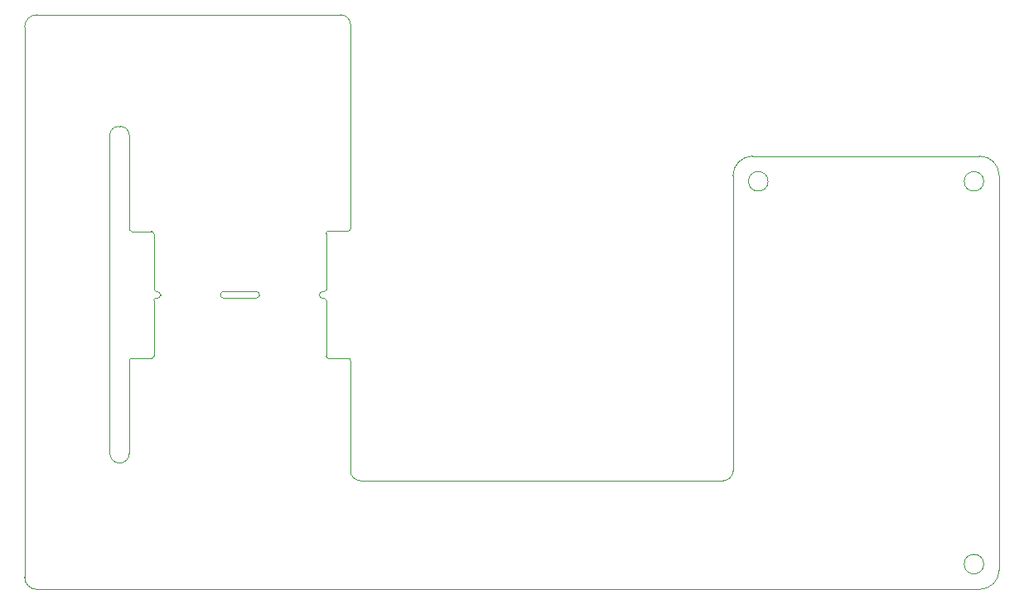
<source format=gm1>
G04 #@! TF.GenerationSoftware,KiCad,Pcbnew,9.0.3*
G04 #@! TF.CreationDate,2025-08-18T12:19:55-07:00*
G04 #@! TF.ProjectId,OneBoardFlex,4f6e6542-6f61-4726-9446-6c65782e6b69,rev?*
G04 #@! TF.SameCoordinates,Original*
G04 #@! TF.FileFunction,Profile,NP*
%FSLAX46Y46*%
G04 Gerber Fmt 4.6, Leading zero omitted, Abs format (unit mm)*
G04 Created by KiCad (PCBNEW 9.0.3) date 2025-08-18 12:19:55*
%MOMM*%
%LPD*%
G01*
G04 APERTURE LIST*
G04 #@! TA.AperFunction,Profile*
%ADD10C,0.050000*%
G04 #@! TD*
G04 APERTURE END LIST*
D10*
X204340000Y-66250000D02*
G75*
G02*
X206340000Y-68250000I0J-2000000D01*
G01*
X140040000Y-73690000D02*
G75*
G02*
X139790000Y-73940000I-250000J0D01*
G01*
X136860000Y-80440000D02*
G75*
G02*
X137180000Y-80120000I320000J0D01*
G01*
X137180000Y-80790000D02*
G75*
G02*
X136860000Y-80470000I0J320000D01*
G01*
X137540000Y-80990000D02*
X137540000Y-86690000D01*
X127060000Y-80790000D02*
X130420000Y-80790000D01*
X137540000Y-79920000D02*
X137540000Y-74190000D01*
X116539828Y-63212893D02*
G75*
G02*
X117439807Y-64112893I-28J-900007D01*
G01*
X119940000Y-80990000D02*
X119940000Y-86705000D01*
X117689828Y-73955000D02*
X119690000Y-73955000D01*
X182715787Y-68835786D02*
G75*
G02*
X180715787Y-68835786I-1000000J0D01*
G01*
X180715787Y-68835786D02*
G75*
G02*
X182715787Y-68835786I1000000J0D01*
G01*
X119940000Y-80990000D02*
G75*
G02*
X120140000Y-80790000I200000J0D01*
G01*
X179130000Y-98460000D02*
G75*
G02*
X178130000Y-99460000I-1000000J0D01*
G01*
X115440000Y-64112893D02*
X115440000Y-96667107D01*
X115440000Y-64112893D02*
G75*
G02*
X116340000Y-63212900I900000J-7D01*
G01*
X137540000Y-74190000D02*
G75*
G02*
X137790000Y-73940000I250000J0D01*
G01*
X126740000Y-80440000D02*
G75*
G02*
X127060000Y-80120000I320000J0D01*
G01*
X141040000Y-99460000D02*
G75*
G02*
X140040000Y-98460000I0J1000000D01*
G01*
X137790000Y-86940000D02*
G75*
G02*
X137540000Y-86690000I0J250000D01*
G01*
X130740000Y-80470000D02*
G75*
G02*
X130420000Y-80790000I-320000J0D01*
G01*
X137540000Y-79920000D02*
G75*
G02*
X137340000Y-80120000I-200000J0D01*
G01*
X107990000Y-51790000D02*
X139040000Y-51790000D01*
X119690000Y-86955000D02*
X117690000Y-86955000D01*
X120300000Y-80120000D02*
G75*
G02*
X120620000Y-80440000I0J-320000D01*
G01*
X130740000Y-80440000D02*
X130740000Y-80470000D01*
X206340000Y-108590000D02*
G75*
G02*
X204340000Y-110590000I-2000000J0D01*
G01*
X206340000Y-68250000D02*
X206340000Y-108590000D01*
X204754214Y-108004214D02*
G75*
G02*
X202754214Y-108004214I-1000000J0D01*
G01*
X202754214Y-108004214D02*
G75*
G02*
X204754214Y-108004214I1000000J0D01*
G01*
X140040000Y-73690000D02*
X140040000Y-52790000D01*
X107990000Y-110590000D02*
G75*
G02*
X106740000Y-109340000I0J1250000D01*
G01*
X179130000Y-68250000D02*
G75*
G02*
X181130000Y-66250000I2000000J0D01*
G01*
X141040000Y-99460000D02*
X178130000Y-99460000D01*
X116539828Y-63212893D02*
X116340000Y-63212893D01*
X127060000Y-80120000D02*
X130420000Y-80120000D01*
X126740000Y-80440000D02*
X126740000Y-80470000D01*
X130420000Y-80120000D02*
G75*
G02*
X130740000Y-80440000I0J-320000D01*
G01*
X106740000Y-53040000D02*
G75*
G02*
X107990000Y-51790000I1250000J0D01*
G01*
X120140000Y-80120000D02*
X120300000Y-80120000D01*
X139790000Y-86940000D02*
G75*
G02*
X140040000Y-87190000I0J-250000D01*
G01*
X137340000Y-80790000D02*
X137180000Y-80790000D01*
X137340000Y-80120000D02*
X137180000Y-80120000D01*
X117440000Y-87205000D02*
G75*
G02*
X117690000Y-86955000I250000J0D01*
G01*
X117689828Y-73955000D02*
G75*
G02*
X117439800Y-73705200I-28J250000D01*
G01*
X137790000Y-86940000D02*
X139790000Y-86940000D01*
X137790000Y-73940000D02*
X139790000Y-73940000D01*
X136860000Y-80470000D02*
X136860000Y-80440000D01*
X140040000Y-87190000D02*
X140040000Y-98460000D01*
X179130000Y-68250000D02*
X179130000Y-98460000D01*
X119690000Y-73955000D02*
G75*
G02*
X119940000Y-74205000I0J-250000D01*
G01*
X139040000Y-51790000D02*
G75*
G02*
X140040000Y-52790000I0J-1000000D01*
G01*
X120620000Y-80470000D02*
G75*
G02*
X120300000Y-80790000I-320000J0D01*
G01*
X120140000Y-80790000D02*
X120300000Y-80790000D01*
X120140000Y-80120000D02*
G75*
G02*
X119940000Y-79920000I0J200000D01*
G01*
X117440000Y-87205000D02*
X117440000Y-96667107D01*
X119940000Y-79920000D02*
X119940000Y-74205000D01*
X116440000Y-97667107D02*
G75*
G02*
X115439993Y-96667107I0J1000007D01*
G01*
X117440000Y-96667107D02*
G75*
G02*
X116440000Y-97667100I-1000000J7D01*
G01*
X117439828Y-73705200D02*
X117439828Y-64112893D01*
X120620000Y-80470000D02*
X120620000Y-80440000D01*
X204754213Y-68835786D02*
G75*
G02*
X202754213Y-68835786I-1000000J0D01*
G01*
X202754213Y-68835786D02*
G75*
G02*
X204754213Y-68835786I1000000J0D01*
G01*
X106740000Y-109340000D02*
X106740000Y-53040000D01*
X137340000Y-80790000D02*
G75*
G02*
X137540000Y-80990000I0J-200000D01*
G01*
X127060000Y-80790000D02*
G75*
G02*
X126740000Y-80470000I0J320000D01*
G01*
X204340000Y-110590000D02*
X107990000Y-110590000D01*
X119940000Y-86705000D02*
G75*
G02*
X119690000Y-86955000I-250000J0D01*
G01*
X204340000Y-66250000D02*
X181130000Y-66250000D01*
M02*

</source>
